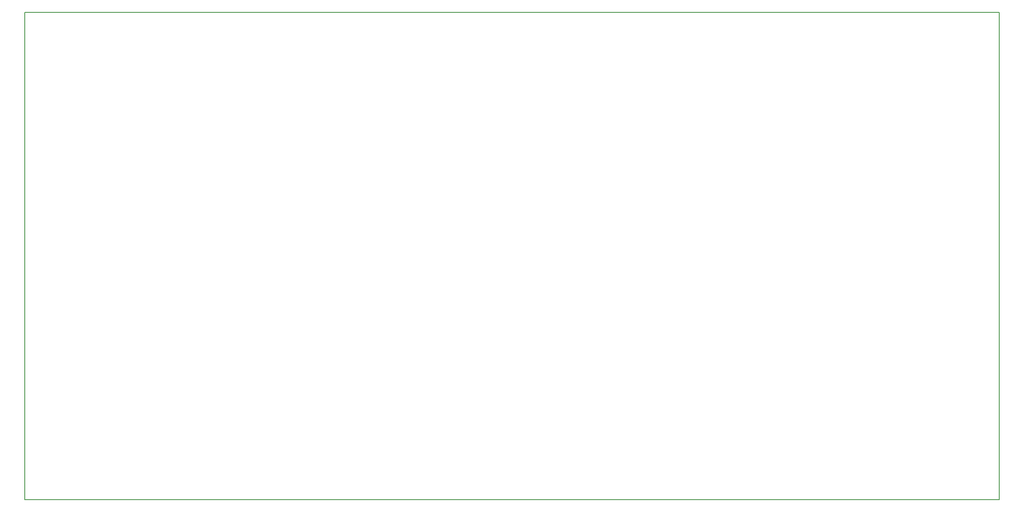
<source format=gbr>
G04 #@! TF.FileFunction,Profile,NP*
%FSLAX46Y46*%
G04 Gerber Fmt 4.6, Leading zero omitted, Abs format (unit mm)*
G04 Created by KiCad (PCBNEW 4.0.7) date 11/23/19 23:12:24*
%MOMM*%
%LPD*%
G01*
G04 APERTURE LIST*
%ADD10C,0.100000*%
%ADD11C,0.150000*%
G04 APERTURE END LIST*
D10*
D11*
X30000000Y-130000000D02*
X30000000Y-30000000D01*
X230000000Y-130000000D02*
X30000000Y-130000000D01*
X230000000Y-30000000D02*
X230000000Y-130000000D01*
X30000000Y-30000000D02*
X230000000Y-30000000D01*
M02*

</source>
